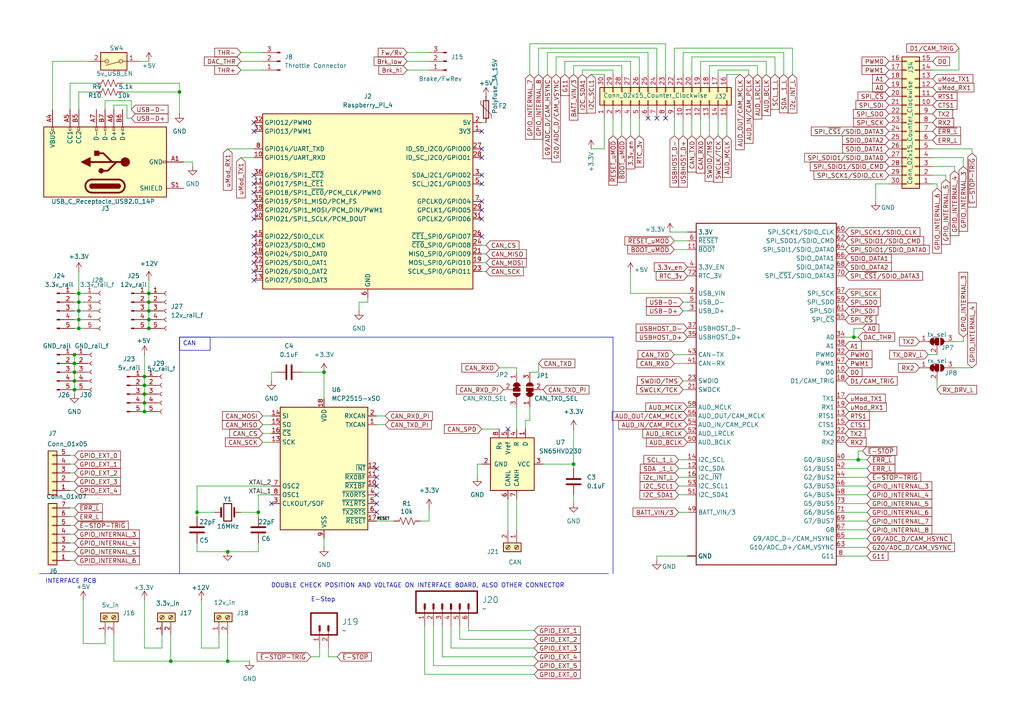
<source format=kicad_sch>
(kicad_sch (version 20231120) (generator "eeschema") (generator_version "8.0")
  (paper "A4")
  (title_block (title "AAV edge connectors") (date "2025-02-02") (rev "1") (company "Charlie Wadds"))
  (junction (at 41.91 109.22))
  (junction (at 21.59 110.49))
  (junction (at 41.91 119.38))
  (junction (at 21.59 105.41))
  (junction (at 248.92 133.35))
  (junction (at 22.86 90.17))
  (junction (at 22.86 95.25))
  (junction (at 43.18 95.25))
  (junction (at 43.18 87.63))
  (junction (at 66.04 160.02))
  (junction (at 21.59 107.95))
  (junction (at 93.98 107.95))
  (junction (at 43.18 92.71))
  (junction (at 22.86 85.09))
  (junction (at 57.15 148.59))
  (junction (at 41.91 111.76))
  (junction (at 43.18 90.17))
  (junction (at 41.91 116.84))
  (junction (at 22.86 92.71))
  (junction (at 49.53 191.77))
  (junction (at 43.18 85.09))
  (junction (at 74.93 148.59))
  (junction (at 66.04 191.77))
  (junction (at 22.86 87.63))
  (junction (at 52.07 26.67))
  (junction (at 21.59 102.87))
  (junction (at 41.91 114.3))
  (junction (at 247.65 97.79))
  (junction (at 21.59 113.03))
  (junction (at 166.37 134.62))
  (no_connect (at 73.66 53.34))
  (no_connect (at 139.7 60.96))
  (no_connect (at 73.66 55.88))
  (no_connect (at 73.66 81.28))
  (no_connect (at 73.66 68.58))
  (no_connect (at 109.22 146.05))
  (no_connect (at 73.66 38.1))
  (no_connect (at 190.5 34.29))
  (no_connect (at 109.22 143.51))
  (no_connect (at 73.66 76.2))
  (no_connect (at 139.7 45.72))
  (no_connect (at 139.7 68.58))
  (no_connect (at 73.66 35.56))
  (no_connect (at 109.22 135.89))
  (no_connect (at 139.7 58.42))
  (no_connect (at 139.7 53.34))
  (no_connect (at 109.22 148.59))
  (no_connect (at 139.7 63.5))
  (no_connect (at 139.7 38.1))
  (no_connect (at 73.66 58.42))
  (no_connect (at 73.66 78.74))
  (no_connect (at 73.66 71.12))
  (no_connect (at 193.04 34.29))
  (no_connect (at 73.66 50.8))
  (no_connect (at 187.96 34.29))
  (no_connect (at 78.74 146.05))
  (no_connect (at 109.22 140.97))
  (no_connect (at 73.66 73.66))
  (no_connect (at 147.32 124.46))
  (no_connect (at 73.66 63.5))
  (no_connect (at 139.7 43.18))
  (no_connect (at 73.66 60.96))
  (no_connect (at 109.22 138.43))
  (no_connect (at 139.7 50.8))
  (wire (pts (xy 177.8 20.32) (xy 177.8 21.59)))
  (wire (pts (xy 21.59 107.95) (xy 21.59 105.41)))
  (wire (pts (xy 43.18 90.17) (xy 43.18 87.63)))
  (wire (pts (xy 33.02 30.48) (xy 36.83 30.48)))
  (wire (pts (xy 279.4 48.26) (xy 279.4 45.72)))
  (wire (pts (xy 66.04 160.02) (xy 74.93 160.02)))
  (wire (pts (xy 41.91 109.22) (xy 41.91 111.76)))
  (wire (pts (xy 139.7 35.56) (xy 140.97 35.56)))
  (wire (pts (xy 25.4 17.78) (xy 15.24 17.78)))
  (wire (pts (xy 49.53 184.15) (xy 49.53 191.77)))
  (wire (pts (xy 251.46 153.67) (xy 245.11 153.67)))
  (wire (pts (xy 182.88 17.78) (xy 182.88 21.59)))
  (wire (pts (xy 138.43 134.62) (xy 139.7 134.62)))
  (wire (pts (xy 21.59 149.86) (xy 20.32 149.86)))
  (wire (pts (xy 66.04 191.77) (xy 49.53 191.77)))
  (wire (pts (xy 27.94 26.67) (xy 22.86 26.67)))
  (wire (pts (xy 229.87 21.59) (xy 229.87 13.97)))
  (wire (pts (xy 153.67 21.59) (xy 153.67 12.7)))
  (wire (pts (xy 156.21 13.97) (xy 190.5 13.97)))
  (wire (pts (xy 30.48 186.69) (xy 30.48 184.15)))
  (wire (pts (xy 106.68 86.36) (xy 106.68 87.63)))
  (wire (pts (xy 182.88 34.29) (xy 182.88 39.37)))
  (wire (pts (xy 118.11 20.32) (xy 124.46 20.32)))
  (wire (pts (xy 76.2 125.73) (xy 78.74 125.73)))
  (wire (pts (xy 276.86 48.26) (xy 270.51 48.26)))
  (wire (pts (xy 154.94 195.58) (xy 123.19 195.58)))
  (wire (pts (xy 269.24 102.87) (xy 271.78 102.87)))
  (wire (pts (xy 58.42 187.96) (xy 63.5 187.96)))
  (wire (pts (xy 15.24 17.78) (xy 15.24 31.75)))
  (wire (pts (xy 22.86 92.71) (xy 22.86 95.25)))
  (wire (pts (xy 248.92 130.81) (xy 248.92 133.35)))
  (wire (pts (xy 43.18 17.78) (xy 40.64 17.78)))
  (wire (pts (xy 187.96 15.24) (xy 187.96 21.59)))
  (wire (pts (xy 69.85 45.72) (xy 73.66 45.72)))
  (wire (pts (xy 251.46 148.59) (xy 245.11 148.59)))
  (wire (pts (xy 251.46 146.05) (xy 245.11 146.05)))
  (wire (pts (xy 133.35 185.42) (xy 133.35 181.61)))
  (wire (pts (xy 74.93 160.02) (xy 74.93 157.48)))
  (wire (pts (xy 49.53 191.77) (xy 33.02 191.77)))
  (wire (pts (xy 163.83 21.59) (xy 163.83 17.78)))
  (wire (pts (xy 175.26 43.18) (xy 175.26 34.29)))
  (wire (pts (xy 20.32 137.16) (xy 21.59 137.16)))
  (wire (pts (xy 20.32 134.62) (xy 21.59 134.62)))
  (wire (pts (xy 245.11 158.75) (xy 251.46 158.75)))
  (wire (pts (xy 199.39 90.17) (xy 198.12 90.17)))
  (wire (pts (xy 93.98 107.95) (xy 93.98 115.57)))
  (wire (pts (xy 190.5 13.97) (xy 190.5 21.59)))
  (wire (pts (xy 20.32 132.08) (xy 21.59 132.08)))
  (wire (pts (xy 199.39 113.03) (xy 198.12 113.03)))
  (wire (pts (xy 166.37 124.46) (xy 166.37 134.62)))
  (wire (pts (xy 166.37 19.05) (xy 180.34 19.05)))
  (wire (pts (xy 43.18 95.25) (xy 43.18 92.71)))
  (wire (pts (xy 195.58 13.97) (xy 229.87 13.97)))
  (wire (pts (xy 153.67 12.7) (xy 193.04 12.7)))
  (wire (pts (xy 279.4 97.79) (xy 279.4 99.06)))
  (wire (pts (xy 156.21 107.95) (xy 153.67 107.95)))
  (wire (pts (xy 24.13 87.63) (xy 22.86 87.63)))
  (wire (pts (xy 57.15 148.59) (xy 62.23 148.59)))
  (wire (pts (xy 128.27 190.5) (xy 128.27 181.61)))
  (wire (pts (xy 41.91 102.87) (xy 41.91 109.22)))
  (wire (pts (xy 247.65 97.79) (xy 248.92 97.79)))
  (wire (pts (xy 163.83 17.78) (xy 182.88 17.78)))
  (wire (pts (xy 251.46 135.89) (xy 245.11 135.89)))
  (wire (pts (xy 245.11 156.21) (xy 251.46 156.21)))
  (wire (pts (xy 193.04 12.7) (xy 193.04 21.59)))
  (wire (pts (xy 154.94 190.5) (xy 128.27 190.5)))
  (wire (pts (xy 203.2 21.59) (xy 203.2 17.78)))
  (wire (pts (xy 43.18 87.63) (xy 43.18 85.09)))
  (wire (pts (xy 254 58.42) (xy 254 53.34)))
  (wire (pts (xy 22.86 78.74) (xy 22.86 85.09)))
  (wire (pts (xy 279.4 99.06) (xy 276.86 99.06)))
  (wire (pts (xy 198.12 34.29) (xy 198.12 39.37)))
  (wire (pts (xy 90.17 190.5) (xy 92.71 190.5)))
  (wire (pts (xy 41.91 111.76) (xy 41.91 114.3)))
  (wire (pts (xy 73.66 43.18) (xy 66.04 43.18)))
  (wire (pts (xy 24.13 95.25) (xy 22.86 95.25)))
  (wire (pts (xy 66.04 184.15) (xy 66.04 191.77)))
  (wire (pts (xy 22.86 90.17) (xy 22.86 92.71)))
  (wire (pts (xy 196.85 140.97) (xy 199.39 140.97)))
  (wire (pts (xy 76.2 123.19) (xy 78.74 123.19)))
  (wire (pts (xy 92.71 190.5) (xy 92.71 187.96)))
  (wire (pts (xy 281.94 43.18) (xy 270.51 43.18)))
  (wire (pts (xy 149.86 118.11) (xy 149.86 124.46)))
  (wire (pts (xy 46.99 187.96) (xy 46.99 184.15)))
  (wire (pts (xy 153.67 118.11) (xy 153.67 121.92)))
  (wire (pts (xy 22.86 95.25) (xy 21.59 95.25)))
  (wire (pts (xy 130.81 187.96) (xy 130.81 181.61)))
  (wire (pts (xy 180.34 39.37) (xy 180.34 34.29)))
  (wire (pts (xy 69.85 20.32) (xy 76.2 20.32)))
  (wire (pts (xy 33.02 30.48) (xy 33.02 31.75)))
  (wire (pts (xy 22.86 85.09) (xy 22.86 87.63)))
  (wire (pts (xy 200.66 34.29) (xy 200.66 39.37)))
  (wire (pts (xy 171.45 21.59) (xy 175.26 21.59)))
  (wire (pts (xy 38.1 31.75) (xy 38.1 29.21)))
  (wire (pts (xy 140.97 78.74) (xy 139.7 78.74)))
  (wire (pts (xy 166.37 146.05) (xy 166.37 143.51)))
  (wire (pts (xy 154.94 193.04) (xy 125.73 193.04)))
  (wire (pts (xy 139.7 124.46) (xy 144.78 124.46)))
  (polyline (pts (xy 177.8 97.79) (xy 177.8 166.37)))
  (wire (pts (xy 279.4 45.72) (xy 270.51 45.72)))
  (wire (pts (xy 124.46 147.32) (xy 124.46 151.13)))
  (wire (pts (xy 166.37 134.62) (xy 166.37 135.89)))
  (wire (pts (xy 69.85 17.78) (xy 76.2 17.78)))
  (wire (pts (xy 271.78 53.34) (xy 271.78 54.61)))
  (wire (pts (xy 57.15 160.02) (xy 66.04 160.02)))
  (wire (pts (xy 195.58 105.41) (xy 199.39 105.41)))
  (wire (pts (xy 196.85 135.89) (xy 199.39 135.89)))
  (wire (pts (xy 138.43 134.62) (xy 138.43 138.43)))
  (wire (pts (xy 168.91 20.32) (xy 177.8 20.32)))
  (wire (pts (xy 199.39 87.63) (xy 198.12 87.63)))
  (wire (pts (xy 177.8 39.37) (xy 177.8 34.29)))
  (wire (pts (xy 20.32 142.24) (xy 21.59 142.24)))
  (wire (pts (xy 196.85 133.35) (xy 199.39 133.35)))
  (wire (pts (xy 109.22 120.65) (xy 111.76 120.65)))
  (wire (pts (xy 203.2 17.78) (xy 222.25 17.78)))
  (wire (pts (xy 274.32 52.07) (xy 274.32 50.8)))
  (wire (pts (xy 224.79 21.59) (xy 224.79 16.51)))
  (wire (pts (xy 74.93 143.51) (xy 78.74 143.51)))
  (wire (pts (xy 78.74 110.49) (xy 78.74 107.95)))
  (wire (pts (xy 21.59 92.71) (xy 22.86 92.71)))
  (wire (pts (xy 38.1 29.21) (xy 30.48 29.21)))
  (wire (pts (xy 74.93 148.59) (xy 69.85 148.59)))
  (wire (pts (xy 35.56 24.13) (xy 52.07 24.13)))
  (wire (pts (xy 41.91 173.99) (xy 41.91 187.96)))
  (wire (pts (xy 195.58 39.37) (xy 195.58 34.29)))
  (wire (pts (xy 24.13 173.99) (xy 24.13 186.69)))
  (wire (pts (xy 36.83 30.48) (xy 36.83 34.29)))
  (wire (pts (xy 205.74 19.05) (xy 219.71 19.05)))
  (wire (pts (xy 106.68 87.63) (xy 104.14 87.63)))
  (wire (pts (xy 72.39 191.77) (xy 66.04 191.77)))
  (wire (pts (xy 154.94 182.88) (xy 135.89 182.88)))
  (wire (pts (xy 166.37 21.59) (xy 166.37 19.05)))
  (polyline (pts (xy 52.07 166.37) (xy 52.07 97.79)))
  (wire (pts (xy 281.94 44.45) (xy 281.94 43.18)))
  (wire (pts (xy 250.19 130.81) (xy 248.92 130.81)))
  (wire (pts (xy 208.28 20.32) (xy 217.17 20.32)))
  (wire (pts (xy 21.59 147.32) (xy 20.32 147.32)))
  (wire (pts (xy 274.32 50.8) (xy 270.51 50.8)))
  (wire (pts (xy 245.11 161.29) (xy 251.46 161.29)))
  (wire (pts (xy 20.32 162.56) (xy 21.59 162.56)))
  (wire (pts (xy 152.4 121.92) (xy 152.4 124.46)))
  (wire (pts (xy 21.59 114.3) (xy 21.59 113.03)))
  (wire (pts (xy 190.5 161.29) (xy 190.5 162.56)))
  (wire (pts (xy 214.63 21.59) (xy 210.82 21.59)))
  (wire (pts (xy 251.46 138.43) (xy 245.11 138.43)))
  (wire (pts (xy 93.98 156.21) (xy 93.98 158.75)))
  (wire (pts (xy 22.86 87.63) (xy 22.86 90.17)))
  (wire (pts (xy 53.34 46.99) (xy 55.88 46.99)))
  (wire (pts (xy 251.46 133.35) (xy 248.92 133.35)))
  (wire (pts (xy 124.46 151.13) (xy 121.92 151.13)))
  (wire (pts (xy 194.31 67.31) (xy 199.39 67.31)))
  (wire (pts (xy 140.97 73.66) (xy 139.7 73.66)))
  (wire (pts (xy 140.97 76.2) (xy 139.7 76.2)))
  (wire (pts (xy 153.67 121.92) (xy 152.4 121.92)))
  (wire (pts (xy 57.15 140.97) (xy 78.74 140.97)))
  (wire (pts (xy 250.19 95.25) (xy 247.65 95.25)))
  (wire (pts (xy 149.86 106.68) (xy 149.86 107.95)))
  (wire (pts (xy 161.29 16.51) (xy 185.42 16.51)))
  (wire (pts (xy 208.28 34.29) (xy 208.28 39.37)))
  (wire (pts (xy 52.07 26.67) (xy 52.07 33.02)))
  (wire (pts (xy 22.86 26.67) (xy 22.86 31.75)))
  (wire (pts (xy 95.25 190.5) (xy 97.79 190.5)))
  (wire (pts (xy 276.86 49.53) (xy 276.86 48.26)))
  (wire (pts (xy 24.13 85.09) (xy 22.86 85.09)))
  (wire (pts (xy 198.12 15.24) (xy 198.12 21.59)))
  (wire (pts (xy 144.78 106.68) (xy 149.86 106.68)))
  (wire (pts (xy 140.97 71.12) (xy 139.7 71.12)))
  (wire (pts (xy 203.2 34.29) (xy 203.2 39.37)))
  (wire (pts (xy 21.59 87.63) (xy 22.86 87.63)))
  (wire (pts (xy 35.56 26.67) (xy 52.07 26.67)))
  (wire (pts (xy 52.07 26.67) (xy 52.07 24.13)))
  (wire (pts (xy 41.91 114.3) (xy 41.91 116.84)))
  (wire (pts (xy 248.92 133.35) (xy 245.11 133.35)))
  (wire (pts (xy 205.74 34.29) (xy 205.74 39.37)))
  (wire (pts (xy 171.45 43.18) (xy 175.26 43.18)))
  (wire (pts (xy 74.93 149.86) (xy 74.93 148.59)))
  (polyline (pts (xy 11.43 166.37) (xy 176.53 166.37)))
  (wire (pts (xy 182.88 85.09) (xy 199.39 85.09)))
  (wire (pts (xy 245.11 97.79) (xy 247.65 97.79)))
  (wire (pts (xy 135.89 182.88) (xy 135.89 181.61)))
  (wire (pts (xy 251.46 151.13) (xy 245.11 151.13)))
  (wire (pts (xy 182.88 78.74) (xy 182.88 85.09)))
  (wire (pts (xy 276.86 106.68) (xy 281.94 106.68)))
  (wire (pts (xy 217.17 20.32) (xy 217.17 21.59)))
  (wire (pts (xy 24.13 90.17) (xy 22.86 90.17)))
  (wire (pts (xy 36.83 34.29) (xy 38.1 34.29)))
  (wire (pts (xy 24.13 92.71) (xy 22.86 92.71)))
  (wire (pts (xy 196.85 138.43) (xy 199.39 138.43)))
  (wire (pts (xy 57.15 149.86) (xy 57.15 148.59)))
  (wire (pts (xy 57.15 157.48) (xy 57.15 160.02)))
  (wire (pts (xy 200.66 16.51) (xy 224.79 16.51)))
  (wire (pts (xy 168.91 21.59) (xy 168.91 20.32)))
  (wire (pts (xy 21.59 105.41) (xy 21.59 102.87)))
  (wire (pts (xy 21.59 152.4) (xy 20.32 152.4)))
  (wire (pts (xy 147.32 153.67) (xy 147.32 144.78)))
  (wire (pts (xy 154.94 185.42) (xy 133.35 185.42)))
  (wire (pts (xy 109.22 123.19) (xy 111.76 123.19)))
  (polyline (pts (xy 52.07 97.79) (xy 177.8 97.79)))
  (wire (pts (xy 21.59 85.09) (xy 22.86 85.09)))
  (wire (pts (xy 55.88 46.99) (xy 55.88 48.26)))
  (wire (pts (xy 195.58 102.87) (xy 199.39 102.87)))
  (wire (pts (xy 199.39 110.49) (xy 198.12 110.49)))
  (wire (pts (xy 219.71 21.59) (xy 219.71 19.05)))
  (wire (pts (xy 161.29 21.59) (xy 161.29 16.51)))
  (wire (pts (xy 278.13 13.97) (xy 278.13 20.32)))
  (wire (pts (xy 33.02 191.77) (xy 33.02 184.15)))
  (wire (pts (xy 74.93 148.59) (xy 74.93 143.51)))
  (wire (pts (xy 196.85 143.51) (xy 199.39 143.51)))
  (wire (pts (xy 196.85 148.59) (xy 199.39 148.59)))
  (wire (pts (xy 154.94 187.96) (xy 130.81 187.96)))
  (wire (pts (xy 104.14 87.63) (xy 104.14 90.17)))
  (wire (pts (xy 41.91 116.84) (xy 41.91 119.38)))
  (wire (pts (xy 251.46 143.51) (xy 245.11 143.51)))
  (wire (pts (xy 210.82 39.37) (xy 210.82 34.29)))
  (wire (pts (xy 87.63 107.95) (xy 93.98 107.95)))
  (wire (pts (xy 254 53.34) (xy 257.81 53.34)))
  (wire (pts (xy 41.91 187.96) (xy 46.99 187.96)))
  (wire (pts (xy 30.48 29.21) (xy 30.48 31.75)))
  (wire (pts (xy 208.28 21.59) (xy 208.28 20.32)))
  (wire (pts (xy 21.59 160.02) (xy 20.32 160.02)))
  (wire (pts (xy 43.18 85.09) (xy 43.18 81.28)))
  (wire (pts (xy 247.65 95.25) (xy 247.65 97.79)))
  (wire (pts (xy 251.46 140.97) (xy 245.11 140.97)))
  (wire (pts (xy 185.42 16.51) (xy 185.42 21.59)))
  (wire (pts (xy 63.5 187.96) (xy 63.5 184.15)))
  (wire (pts (xy 95.25 187.96) (xy 95.25 190.5)))
  (wire (pts (xy 21.59 110.49) (xy 21.59 107.95)))
  (wire (pts (xy 180.34 19.05) (xy 180.34 21.59)))
  (wire (pts (xy 156.21 21.59) (xy 156.21 13.97)))
  (wire (pts (xy 118.11 15.24) (xy 124.46 15.24)))
  (wire (pts (xy 227.33 21.59) (xy 227.33 15.24)))
  (wire (pts (xy 76.2 128.27) (xy 78.74 128.27)))
  (wire (pts (xy 271.78 110.49) (xy 271.78 113.03)))
  (wire (pts (xy 21.59 113.03) (xy 21.59 110.49)))
  (wire (pts (xy 270.51 20.32) (xy 278.13 20.32)))
  (wire (pts (xy 195.58 72.39) (xy 199.39 72.39)))
  (wire (pts (xy 123.19 195.58) (xy 123.19 181.61)))
  (wire (pts (xy 24.13 186.69) (xy 30.48 186.69)))
  (wire (pts (xy 157.48 134.62) (xy 166.37 134.62)))
  (wire (pts (xy 271.78 53.34) (xy 270.51 53.34)))
  (wire (pts (xy 109.22 151.13) (xy 114.3 151.13)))
  (wire (pts (xy 78.74 107.95) (xy 80.01 107.95)))
  (wire (pts (xy 76.2 120.65) (xy 78.74 120.65)))
  (wire (pts (xy 21.59 157.48) (xy 20.32 157.48)))
  (wire (pts (xy 21.59 90.17) (xy 22.86 90.17)))
  (wire (pts (xy 195.58 13.97) (xy 195.58 21.59)))
  (wire (pts (xy 20.32 24.13) (xy 20.32 31.75)))
  (wire (pts (xy 222.25 21.59) (xy 222.25 17.78)))
  (wire (pts (xy 69.85 15.24) (xy 76.2 15.24)))
  (wire (pts (xy 158.75 21.59) (xy 158.75 15.24)))
  (wire (pts (xy 199.39 69.85) (xy 195.58 69.85)))
  (wire (pts (xy 185.42 39.37) (xy 185.42 34.29)))
  (wire (pts (xy 57.15 148.59) (xy 57.15 140.97)))
  (wire (pts (xy 198.12 15.24) (xy 227.33 15.24)))
  (wire (pts (xy 20.32 24.13) (xy 27.94 24.13)))
  (wire (pts (xy 149.86 153.67) (xy 149.86 144.78)))
  (wire (pts (xy 200.66 16.51) (xy 200.66 21.59)))
  (wire (pts (xy 205.74 21.59) (xy 205.74 19.05)))
  (wire (pts (xy 21.59 154.94) (xy 20.32 154.94)))
  (wire (pts (xy 190.5 161.29) (xy 199.39 161.29)))
  (wire (pts (xy 43.18 92.71) (xy 43.18 90.17)))
  (wire (pts (xy 58.42 173.99) (xy 58.42 187.96)))
  (wire (pts (xy 156.21 105.41) (xy 156.21 107.95)))
  (wire (pts (xy 20.32 139.7) (xy 21.59 139.7)))
  (wire (pts (xy 158.75 15.24) (xy 187.96 15.24)))
  (wire (pts (xy 118.11 17.78) (xy 124.46 17.78)))
  (wire (pts (xy 125.73 193.04) (xy 125.73 181.61)))
  (text_box "CAN" (at 52.07 97.79 0) (size 8.89 3.81) (effects (font (size 1.27 1.27)) (justify left top)))
  (text "E-Stop" (at 93.726 173.99 0) (effects (font (size 1.27 1.27))))
  (text "DOUBLE CHECK POSITION AND VOLTAGE ON INTERFACE BOARD, ALSO OTHER CONNECTOR" (at 121.158 169.926 0) (effects (font (size 1.27 1.27))))
  (text "INTERFACE PCB" (at 20.574 168.656 0) (effects (font (size 1.27 1.27))))
  (label "XTAL_2" (at 78.74 140.97 180))
  (label "XTAL_1" (at 78.74 143.51 180))
  (label "RESET" (at 109.22 151.13 0) (effects (font (size 0.8 0.8) (thickness 0.254) (bold yes))))
  (global_label "GPIO_INTERNAL_6" (shape input) (at 251.46 148.59 0) (property "Intersheetrefs" "${INTERSHEET_REFS}" (effects (hide yes))))
  (global_label "SWCLK{slash}TCK" (shape input) (at 208.28 39.37 270) (property "Intersheetrefs" "${INTERSHEET_REFS}" (effects (hide yes))))
  (global_label "SPI_SDIO1{slash}SDIO_CMD" (shape input) (at 245.11 69.85 0) (property "Intersheetrefs" "${INTERSHEET_REFS}" (effects (hide yes))))
  (global_label "AUD_OUT{slash}CAM_MCLK" (shape input) (at 199.39 120.65 180) (property "Intersheetrefs" "${INTERSHEET_REFS}" (effects (hide yes))))
  (global_label "A0" (shape input) (at 257.81 25.4 180) (property "Intersheetrefs" "${INTERSHEET_REFS}" (effects (hide yes))))
  (global_label "CAN_TXD" (shape input) (at 195.58 102.87 180) (property "Intersheetrefs" "${INTERSHEET_REFS}" (effects (hide yes))))
  (global_label "3.3v_en" (shape input) (at 182.88 39.37 270) (property "Intersheetrefs" "${INTERSHEET_REFS}" (effects (hide yes))))
  (global_label "G11" (shape input) (at 251.46 161.29 0) (property "Intersheetrefs" "${INTERSHEET_REFS}" (effects (hide yes))))
  (global_label "BATT_VIN{slash}3" (shape input) (at 196.85 148.59 180) (property "Intersheetrefs" "${INTERSHEET_REFS}" (effects (hide yes))))
  (global_label "SDIO_DATA2" (shape input) (at 245.11 77.47 0) (property "Intersheetrefs" "${INTERSHEET_REFS}" (effects (hide yes))))
  (global_label "GPIO_INTERNAL_3" (shape input) (at 279.4 48.26 270) (property "Intersheetrefs" "${INTERSHEET_REFS}" (effects (hide yes))))
  (global_label "CAN_SCK" (shape input) (at 76.2 128.27 180) (property "Intersheetrefs" "${INTERSHEET_REFS}" (effects (hide yes))))
  (global_label "CAN_CS" (shape input) (at 76.2 125.73 180) (property "Intersheetrefs" "${INTERSHEET_REFS}" (effects (hide yes))))
  (global_label "CAN_MISO" (shape input) (at 76.2 123.19 180) (property "Intersheetrefs" "${INTERSHEET_REFS}" (effects (hide yes))))
  (global_label "TX2" (shape input) (at 245.11 125.73 0) (property "Intersheetrefs" "${INTERSHEET_REFS}" (effects (hide yes))))
  (global_label "GPIO_EXT_1" (shape input) (at 21.59 134.62 0) (property "Intersheetrefs" "${INTERSHEET_REFS}" (effects (hide yes))))
  (global_label "GPIO_EXT_3" (shape input) (at 154.94 187.96 0) (property "Intersheetrefs" "${INTERSHEET_REFS}" (effects (hide yes))))
  (global_label "SPI_SDIO1{slash}SDIO_CMD" (shape input) (at 257.81 48.26 180) (property "Intersheetrefs" "${INTERSHEET_REFS}" (effects (hide yes))))
  (global_label "GPIO_INTERNAL_5" (shape input) (at 274.32 52.07 270) (property "Intersheetrefs" "${INTERSHEET_REFS}" (effects (hide yes))))
  (global_label "SPI_~{CS}" (shape input) (at 257.81 27.94 180) (property "Intersheetrefs" "${INTERSHEET_REFS}" (effects (hide yes))))
  (global_label "CAN_TXD_PI" (shape input) (at 157.48 113.03 0) (property "Intersheetrefs" "${INTERSHEET_REFS}" (effects (hide yes))))
  (global_label "SDIO_DATA1" (shape input) (at 245.11 74.93 0) (property "Intersheetrefs" "${INTERSHEET_REFS}" (effects (hide yes))))
  (global_label "I2C_SCL1" (shape input) (at 171.45 21.59 270) (property "Intersheetrefs" "${INTERSHEET_REFS}" (effects (hide yes))))
  (global_label "~{RESET_uMOD}" (shape input) (at 195.58 69.85 180) (property "Intersheetrefs" "${INTERSHEET_REFS}" (effects (hide yes))))
  (global_label "CTS1" (shape input) (at 245.11 123.19 0) (property "Intersheetrefs" "${INTERSHEET_REFS}" (effects (hide yes))))
  (global_label "GPIO_EXT_3" (shape input) (at 21.59 139.7 0) (property "Intersheetrefs" "${INTERSHEET_REFS}" (effects (hide yes))))
  (global_label "TX_DRV_L" (shape input) (at 269.24 102.87 180) (property "Intersheetrefs" "${INTERSHEET_REFS}" (effects (hide yes))))
  (global_label "USB-D+" (shape input) (at 38.1 34.29 0) (property "Intersheetrefs" "${INTERSHEET_REFS}" (effects (hide yes))))
  (global_label "AUD_IN{slash}CAM_PCLK" (shape input) (at 217.17 21.59 270) (property "Intersheetrefs" "${INTERSHEET_REFS}" (effects (hide yes))))
  (global_label "USB-D-" (shape input) (at 198.12 87.63 180) (property "Intersheetrefs" "${INTERSHEET_REFS}" (effects (hide yes))))
  (global_label "RTS1" (shape input) (at 245.11 120.65 0) (property "Intersheetrefs" "${INTERSHEET_REFS}" (effects (hide yes))))
  (global_label "AUD_BCLK" (shape input) (at 199.39 128.27 180) (property "Intersheetrefs" "${INTERSHEET_REFS}" (effects (hide yes))))
  (global_label "SPI_SDO" (shape input) (at 245.11 87.63 0) (property "Intersheetrefs" "${INTERSHEET_REFS}" (effects (hide yes))))
  (global_label "CAN_CS" (shape input) (at 140.97 71.12 0) (property "Intersheetrefs" "${INTERSHEET_REFS}" (effects (hide yes))))
  (global_label "BATT_VIN{slash}3" (shape input) (at 166.37 21.59 270) (property "Intersheetrefs" "${INTERSHEET_REFS}" (effects (hide yes))))
  (global_label "I2C_SCL1" (shape input) (at 196.85 140.97 180) (property "Intersheetrefs" "${INTERSHEET_REFS}" (effects (hide yes))))
  (global_label "THR+" (shape input) (at 69.85 20.32 180) (property "Intersheetrefs" "${INTERSHEET_REFS}" (effects (hide yes))))
  (global_label "SPI_~{CS1}{slash}SDIO_DATA3" (shape input) (at 257.81 38.1 180) (property "Intersheetrefs" "${INTERSHEET_REFS}" (effects (hide yes))))
  (global_label "GPIO_EXT_0" (shape input) (at 21.59 132.08 0) (property "Intersheetrefs" "${INTERSHEET_REFS}" (effects (hide yes))))
  (global_label "SPI_SDIO1{slash}SDIO_DATA0" (shape input) (at 257.81 45.72 180) (property "Intersheetrefs" "${INTERSHEET_REFS}" (effects (hide yes))))
  (global_label "3.3v_en" (shape input) (at 199.39 77.47 180) (property "Intersheetrefs" "${INTERSHEET_REFS}" (effects (hide yes))))
  (global_label "SWDIO{slash}TMS" (shape input) (at 205.74 39.37 270) (property "Intersheetrefs" "${INTERSHEET_REFS}" (effects (hide yes))))
  (global_label "GPIO_INTERNAL_3" (shape input) (at 251.46 140.97 0) (property "Intersheetrefs" "${INTERSHEET_REFS}" (effects (hide yes))))
  (global_label "ERR_L" (shape input) (at 21.59 149.86 0) (property "Intersheetrefs" "${INTERSHEET_REFS}" (effects (hide yes))))
  (global_label "USBHOST_D-" (shape input) (at 199.39 95.25 180) (property "Intersheetrefs" "${INTERSHEET_REFS}" (effects (hide yes))))
  (global_label "PWM1" (shape input) (at 257.81 20.32 180) (property "Intersheetrefs" "${INTERSHEET_REFS}" (effects (hide yes))))
  (global_label "THR-" (shape input) (at 69.85 15.24 180) (property "Intersheetrefs" "${INTERSHEET_REFS}" (effects (hide yes))))
  (global_label "SCL_1_L" (shape input) (at 224.79 21.59 270) (property "Intersheetrefs" "${INTERSHEET_REFS}" (effects (hide yes))))
  (global_label "CAN_TXD" (shape input) (at 156.21 105.41 0) (property "Intersheetrefs" "${INTERSHEET_REFS}" (effects (hide yes))))
  (global_label "CAN_MOSI" (shape input) (at 140.97 76.2 0) (property "Intersheetrefs" "${INTERSHEET_REFS}" (effects (hide yes))))
  (global_label "RX2" (shape input) (at 270.51 35.56 0) (property "Intersheetrefs" "${INTERSHEET_REFS}" (effects (hide yes))))
  (global_label "CAN_RXD" (shape input) (at 195.58 105.41 180) (property "Intersheetrefs" "${INTERSHEET_REFS}" (effects (hide yes))))
  (global_label "D1{slash}CAM_TRIG" (shape input) (at 278.13 13.97 180) (property "Intersheetrefs" "${INTERSHEET_REFS}" (effects (hide yes))))
  (global_label "AUD_IN{slash}CAM_PCLK" (shape input) (at 199.39 123.19 180) (property "Intersheetrefs" "${INTERSHEET_REFS}" (effects (hide yes))))
  (global_label "SDIO_DATA1" (shape input) (at 257.81 43.18 180) (property "Intersheetrefs" "${INTERSHEET_REFS}" (effects (hide yes))))
  (global_label "CAN_RXD" (shape input) (at 203.2 39.37 270) (property "Intersheetrefs" "${INTERSHEET_REFS}" (effects (hide yes))))
  (global_label "GPIO_EXT_2" (shape input) (at 21.59 137.16 0) (property "Intersheetrefs" "${INTERSHEET_REFS}" (effects (hide yes))))
  (global_label "~{RESET_uMOD}" (shape input) (at 177.8 39.37 270) (property "Intersheetrefs" "${INTERSHEET_REFS}" (effects (hide yes))))
  (global_label "~{E-STOP-TRIG}" (shape input) (at 251.46 138.43 0) (property "Intersheetrefs" "${INTERSHEET_REFS}" (effects (hide yes))))
  (global_label "GPIO_INTERNAL_8" (shape input) (at 156.21 21.59 270) (property "Intersheetrefs" "${INTERSHEET_REFS}" (effects (hide yes))))
  (global_label "Brk_low" (shape input) (at 118.11 17.78 180) (property "Intersheetrefs" "${INTERSHEET_REFS}" (effects (hide yes))))
  (global_label "I2C_SDA1" (shape input) (at 196.85 143.51 180) (property "Intersheetrefs" "${INTERSHEET_REFS}" (effects (hide yes))))
  (global_label "GPIO_INTERNAL_4" (shape input) (at 251.46 143.51 0) (property "Intersheetrefs" "${INTERSHEET_REFS}" (effects (hide yes))))
  (global_label "SPI_SDIO1{slash}SDIO_DATA0" (shape input) (at 245.11 72.39 0) (property "Intersheetrefs" "${INTERSHEET_REFS}" (effects (hide yes))))
  (global_label "~{ERR_L}" (shape input) (at 270.51 38.1 0) (property "Intersheetrefs" "${INTERSHEET_REFS}" (effects (hide yes))))
  (global_label "CAN_TXD_PI" (shape input) (at 111.76 123.19 0) (property "Intersheetrefs" "${INTERSHEET_REFS}" (effects (hide yes))))
  (global_label "uMod_RX1" (shape input) (at 270.51 25.4 0) (property "Intersheetrefs" "${INTERSHEET_REFS}" (effects (hide yes))))
  (global_label "SPI_SDI" (shape input) (at 257.81 30.48 180) (property "Intersheetrefs" "${INTERSHEET_REFS}" (effects (hide yes))))
  (global_label "SPI_SDO" (shape input) (at 257.81 33.02 180) (property "Intersheetrefs" "${INTERSHEET_REFS}" (effects (hide yes))))
  (global_label "GPIO_INTERNAL_4" (shape input) (at 21.59 157.48 0) (property "Intersheetrefs" "${INTERSHEET_REFS}" (effects (hide yes))))
  (global_label "uMod_TX1" (shape input) (at 69.85 45.72 270) (property "Intersheetrefs" "${INTERSHEET_REFS}" (effects (hide yes))))
  (global_label "~{E-STOP-TRIG}" (shape input) (at 90.17 190.5 180) (property "Intersheetrefs" "${INTERSHEET_REFS}" (effects (hide yes))))
  (global_label "uMod_TX1" (shape input) (at 245.11 115.57 0) (property "Intersheetrefs" "${INTERSHEET_REFS}" (effects (hide yes))))
  (global_label "CAN_RXD" (shape input) (at 144.78 106.68 180) (property "Intersheetrefs" "${INTERSHEET_REFS}" (effects (hide yes))))
  (global_label "TX2" (shape input) (at 266.7 99.06 180) (property "Intersheetrefs" "${INTERSHEET_REFS}" (effects (hide yes))))
  (global_label "SWDIO{slash}TMS" (shape input) (at 198.12 110.49 180) (property "Intersheetrefs" "${INTERSHEET_REFS}" (effects (hide yes))))
  (global_label "USB-D+" (shape input) (at 198.12 90.17 180) (property "Intersheetrefs" "${INTERSHEET_REFS}" (effects (hide yes))))
  (global_label "RX2" (shape input) (at 266.7 106.68 180) (property "Intersheetrefs" "${INTERSHEET_REFS}" (effects (hide yes))))
  (global_label "SPI_SCK" (shape input) (at 257.81 35.56 180) (property "Intersheetrefs" "${INTERSHEET_REFS}" (effects (hide yes))))
  (global_label "CAN_RXD_PI" (shape input) (at 111.76 120.65 0) (property "Intersheetrefs" "${INTERSHEET_REFS}" (effects (hide yes))))
  (global_label "DAC_THR" (shape input) (at 248.92 97.79 0) (property "Intersheetrefs" "${INTERSHEET_REFS}" (effects (hide yes))))
  (global_label "RTC_3v" (shape input) (at 199.39 80.01 180) (property "Intersheetrefs" "${INTERSHEET_REFS}" (effects (hide yes))))
  (global_label "CAN_SCK" (shape input) (at 140.97 78.74 0) (property "Intersheetrefs" "${INTERSHEET_REFS}" (effects (hide yes))))
  (global_label "SPI_~{CS1}{slash}SDIO_DATA3" (shape input) (at 245.11 80.01 0) (property "Intersheetrefs" "${INTERSHEET_REFS}" (effects (hide yes))))
  (global_label "AUD_LRCLK" (shape input) (at 199.39 125.73 180) (property "Intersheetrefs" "${INTERSHEET_REFS}" (effects (hide yes))))
  (global_label "Fw{slash}Rv" (shape input) (at 118.11 15.24 180) (property "Intersheetrefs" "${INTERSHEET_REFS}" (effects (hide yes))))
  (global_label "A1" (shape input) (at 245.11 100.33 0) (property "Intersheetrefs" "${INTERSHEET_REFS}" (effects (hide yes))))
  (global_label "AUD_BCLK" (shape input) (at 222.25 21.59 270) (property "Intersheetrefs" "${INTERSHEET_REFS}" (effects (hide yes))))
  (global_label "SPI_SCK1{slash}SDIO_CLK" (shape input) (at 257.81 50.8 180) (property "Intersheetrefs" "${INTERSHEET_REFS}" (effects (hide yes))))
  (global_label "D0" (shape input) (at 245.11 107.95 0) (property "Intersheetrefs" "${INTERSHEET_REFS}" (effects (hide yes))))
  (global_label "~{ERR_L}" (shape input) (at 21.59 147.32 0) (property "Intersheetrefs" "${INTERSHEET_REFS}" (effects (hide yes))))
  (global_label "GPIO_INTERNAL_4" (shape input) (at 281.94 106.68 90) (property "Intersheetrefs" "${INTERSHEET_REFS}" (effects (hide yes))))
  (global_label "~{E-STOP}" (shape input) (at 97.79 190.5 0) (property "Intersheetrefs" "${INTERSHEET_REFS}" (effects (hide yes))))
  (global_label "uMod_RX1" (shape input) (at 66.04 43.18 270) (property "Intersheetrefs" "${INTERSHEET_REFS}" (effects (hide yes))))
  (global_label "SDIO_DATA2" (shape input) (at 257.81 40.64 180) (property "Intersheetrefs" "${INTERSHEET_REFS}" (effects (hide yes))))
  (global_label "GPIO_EXT_2" (shape input) (at 154.94 185.42 0) (property "Intersheetrefs" "${INTERSHEET_REFS}" (effects (hide yes))))
  (global_label "GPIO_INTERNAL_5" (shape input) (at 21.59 160.02 0) (property "Intersheetrefs" "${INTERSHEET_REFS}" (effects (hide yes))))
  (global_label "PWM1" (shape input) (at 245.11 105.41 0) (property "Intersheetrefs" "${INTERSHEET_REFS}" (effects (hide yes))))
  (global_label "TX2" (shape input) (at 270.51 33.02 0) (property "Intersheetrefs" "${INTERSHEET_REFS}" (effects (hide yes))))
  (global_label "G9{slash}ADC_D{slash}CAM_HSYNC" (shape input) (at 251.46 156.21 0) (property "Intersheetrefs" "${INTERSHEET_REFS}" (effects (hide yes))))
  (global_label "GPIO_INTERNAL_5" (shape input) (at 251.46 146.05 0) (property "Intersheetrefs" "${INTERSHEET_REFS}" (effects (hide yes))))
  (global_label "DAC_THR" (shape input) (at 69.85 17.78 180) (property "Intersheetrefs" "${INTERSHEET_REFS}" (effects (hide yes))))
  (global_label "~{E-STOP}" (shape input) (at 250.19 130.81 0) (property "Intersheetrefs" "${INTERSHEET_REFS}" (effects (hide yes))))
  (global_label "RTC_3v" (shape input) (at 185.42 39.37 270) (property "Intersheetrefs" "${INTERSHEET_REFS}" (effects (hide yes))))
  (global_label "~{BOOT_uMOD}" (shape input) (at 195.58 72.39 180) (property "Intersheetrefs" "${INTERSHEET_REFS}" (effects (hide yes))))
  (global_label "RX_DRV_L" (shape input) (at 271.78 113.03 0) (property "Intersheetrefs" "${INTERSHEET_REFS}" (effects (hide yes))))
  (global_label "GPIO_EXT_4" (shape input) (at 21.59 142.24 0) (property "Intersheetrefs" "${INTERSHEET_REFS}" (effects (hide yes))))
  (global_label "SPI_~{CS}" (shape input) (at 245.11 92.71 0) (property "Intersheetrefs" "${INTERSHEET_REFS}" (effects (hide yes))))
  (global_label "GPIO_EXT_0" (shape input) (at 154.94 195.58 0) (property "Intersheetrefs" "${INTERSHEET_REFS}" (effects (hide yes))))
  (global_label "CAN_TXD" (shape input) (at 200.66 39.37 270) (property "Intersheetrefs" "${INTERSHEET_REFS}" (effects (hide yes))))
  (global_label "A1" (shape input) (at 257.81 22.86 180) (property "Intersheetrefs" "${INTERSHEET_REFS}" (effects (hide yes))))
  (global_label "GPIO_INTERNAL_7" (shape input) (at 251.46 151.13 0) (property "Intersheetrefs" "${INTERSHEET_REFS}" (effects (hide yes))))
  (global_label "A0" (shape input) (at 250.19 95.25 0) (property "Intersheetrefs" "${INTERSHEET_REFS}" (effects (hide yes))))
  (global_label "CAN_SPD" (shape input) (at 139.7 124.46 180) (property "Intersheetrefs" "${INTERSHEET_REFS}" (effects (hide yes))))
  (global_label "ERR_L" (shape input) (at 270.51 40.64 0) (property "Intersheetrefs" "${INTERSHEET_REFS}" (effects (hide yes))))
  (global_label "D0" (shape input) (at 270.51 17.78 0) (property "Intersheetrefs" "${INTERSHEET_REFS}" (effects (hide yes))))
  (global_label "GPIO_EXT_4" (shape input) (at 154.94 190.5 0) (property "Intersheetrefs" "${INTERSHEET_REFS}" (effects (hide yes))))
  (global_label "AUD_LRCLK" (shape input) (at 219.71 21.59 270) (property "Intersheetrefs" "${INTERSHEET_REFS}" (effects (hide yes))))
  (global_label "RTS1" (shape input) (at 270.51 27.94 0) (property "Intersheetrefs" "${INTERSHEET_REFS}" (effects (hide yes))))
  (global_label "AUD_OUT{slash}CAM_MCLK" (shape input) (at 214.63 21.59 270) (property "Intersheetrefs" "${INTERSHEET_REFS}" (effects (hide yes))))
  (global_label "USBHOST_D-" (shape input) (at 195.58 39.37 270) (property "Intersheetrefs" "${INTERSHEET_REFS}" (effects (hide yes))))
  (global_label "G20{slash}ADC_D{slash}CAM_VSYNC" (shape input) (at 251.46 158.75 0) (property "Intersheetrefs" "${INTERSHEET_REFS}" (effects (hide yes))))
  (global_label "RX2" (shape input) (at 245.11 128.27 0) (property "Intersheetrefs" "${INTERSHEET_REFS}" (effects (hide yes))))
  (global_label "GPIO_INTERNAL_6" (shape input) (at 271.78 54.61 270) (property "Intersheetrefs" "${INTERSHEET_REFS}" (effects (hide yes))))
  (global_label "GPIO_INTERNAL_8" (shape input) (at 251.46 153.67 0) (property "Intersheetrefs" "${INTERSHEET_REFS}" (effects (hide yes))))
  (global_label "PWM0" (shape input) (at 245.11 102.87 0) (property "Intersheetrefs" "${INTERSHEET_REFS}" (effects (hide yes))))
  (global_label "i2c_INT_L" (shape input) (at 196.85 138.43 180) (property "Intersheetrefs" "${INTERSHEET_REFS}" (effects (hide yes))))
  (global_label "CAN_MISO" (shape input) (at 140.97 73.66 0) (property "Intersheetrefs" "${INTERSHEET_REFS}" (effects (hide yes))))
  (global_label "G20{slash}ADC_D{slash}CAM_VSYNC" (shape input) (at 161.29 21.59 270) (property "Intersheetrefs" "${INTERSHEET_REFS}" (effects (hide yes))))
  (global_label "G11" (shape input) (at 163.83 21.59 270) (property "Intersheetrefs" "${INTERSHEET_REFS}" (effects (hide yes))))
  (global_label "PWM0" (shape input) (at 257.81 17.78 180) (property "Intersheetrefs" "${INTERSHEET_REFS}" (effects (hide yes))))
  (global_label "AUD_MCLK" (shape input) (at 210.82 39.37 270) (property "Intersheetrefs" "${INTERSHEET_REFS}" (effects (hide yes))))
  (global_label "~{E-STOP-TRIG}" (shape input) (at 21.59 152.4 0) (property "Intersheetrefs" "${INTERSHEET_REFS}" (effects (hide yes))))
  (global_label "CAN_RXD_PI" (shape input) (at 146.05 113.03 180) (property "Intersheetrefs" "${INTERSHEET_REFS}" (effects (hide yes))))
  (global_label "AUD_MCLK" (shape input) (at 199.39 118.11 180) (property "Intersheetrefs" "${INTERSHEET_REFS}" (effects (hide yes))))
  (global_label "GPIO_INTERNAL_3" (shape input) (at 21.59 154.94 0) (property "Intersheetrefs" "${INTERSHEET_REFS}" (effects (hide yes))))
  (global_label "Brk_hi" (shape input) (at 118.11 20.32 180) (property "Intersheetrefs" "${INTERSHEET_REFS}" (effects (hide yes))))
  (global_label "uMod_RX1" (shape input) (at 245.11 118.11 0) (property "Intersheetrefs" "${INTERSHEET_REFS}" (effects (hide yes))))
  (global_label "GPIO_INTERNAL_3" (shape input) (at 279.4 97.79 90) (property "Intersheetrefs" "${INTERSHEET_REFS}" (effects (hide yes))))
  (global_label "uMod_TX1" (shape input) (at 270.51 22.86 0) (property "Intersheetrefs" "${INTERSHEET_REFS}" (effects (hide yes))))
  (global_label "CTS1" (shape input) (at 270.51 30.48 0) (property "Intersheetrefs" "${INTERSHEET_REFS}" (effects (hide yes))))
  (global_label "GPIO_INTERNAL_6" (shape input) (at 21.59 162.56 0) (property "Intersheetrefs" "${INTERSHEET_REFS}" (effects (hide yes))))
  (global_label "~{E-STOP-TRIG}" (shape input) (at 281.94 44.45 270) (property "Intersheetrefs" "${INTERSHEET_REFS}" (effects (hide yes))))
  (global_label "GPIO_INTERNAL_7" (shape input) (at 153.67 21.59 270) (property "Intersheetrefs" "${INTERSHEET_REFS}" (effects (hide yes))))
  (global_label "GPIO_EXT_5" (shape input) (at 154.94 193.04 0) (property "Intersheetrefs" "${INTERSHEET_REFS}" (effects (hide yes))))
  (global_label "USBHOST_D+" (shape input) (at 199.39 97.79 180) (property "Intersheetrefs" "${INTERSHEET_REFS}" (effects (hide yes))))
  (global_label "CAN_MOSI" (shape input) (at 76.2 120.65 180) (property "Intersheetrefs" "${INTERSHEET_REFS}" (effects (hide yes))))
  (global_label "SCL_1_L" (shape input) (at 196.85 133.35 180) (property "Intersheetrefs" "${INTERSHEET_REFS}" (effects (hide yes))))
  (global_label "i2c_INT_L" (shape input) (at 229.87 21.59 270) (property "Intersheetrefs" "${INTERSHEET_REFS}" (effects (hide yes))))
  (global_label "G9{slash}ADC_D{slash}CAM_HSYNC" (shape input) (at 158.75 21.59 270) (property "Intersheetrefs" "${INTERSHEET_REFS}" (effects (hide yes))))
  (global_label "SPI_SCK" (shape input) (at 245.11 85.09 0) (property "Intersheetrefs" "${INTERSHEET_REFS}" (effects (hide yes))))
  (global_label "SDA _1_L" (shape input) (at 196.85 135.89 180) (property "Intersheetrefs" "${INTERSHEET_REFS}" (effects (hide yes))))
  (global_label "USBHOST_D+" (shape input) (at 198.12 39.37 270) (property "Intersheetrefs" "${INTERSHEET_REFS}" (effects (hide yes))))
  (global_label "USB-D-" (shape input) (at 38.1 31.75 0) (property "Intersheetrefs" "${INTERSHEET_REFS}" (effects (hide yes))))
  (global_label "SPI_SCK1{slash}SDIO_CLK" (shape input) (at 245.11 67.31 0) (property "Intersheetrefs" "${INTERSHEET_REFS}" (effects (hide yes))))
  (global_label "SPI_SDI" (shape input) (at 245.11 90.17 0) (property "Intersheetrefs" "${INTERSHEET_REFS}" (effects (hide yes))))
  (global_label "I2C_SDA1" (shape input) (at 168.91 21.59 270) (property "Intersheetrefs" "${INTERSHEET_REFS}" (effects (hide yes))))
  (global_label "~{ERR_L}" (shape input) (at 251.46 133.35 0) (property "Intersheetrefs" "${INTERSHEET_REFS}" (effects (hide yes))))
  (global_label "GPIO_INTERNAL_4" (shape input) (at 276.86 49.53 270) (property "Intersheetrefs" "${INTERSHEET_REFS}" (effects (hide yes))))
  (global_label "SDA _1_L" (shape input) (at 227.33 21.59 270) (property "Intersheetrefs" "${INTERSHEET_REFS}" (effects (hide yes))))
  (global_label "ERR_L" (shape input) (at 251.46 135.89 0) (property "Intersheetrefs" "${INTERSHEET_REFS}" (effects (hide yes))))
  (global_label "D1{slash}CAM_TRIG" (shape input) (at 245.11 110.49 0) (property "Intersheetrefs" "${INTERSHEET_REFS}" (effects (hide yes))))
  (global_label "GPIO_EXT_1" (shape input) (at 154.94 182.88 0) (property "Intersheetrefs" "${INTERSHEET_REFS}" (effects (hide yes))))
  (global_label "~{BOOT_uMOD}" (shape input) (at 180.34 39.37 270) (property "Intersheetrefs" "${INTERSHEET_REFS}" (effects (hide yes))))
  (global_label "SWCLK{slash}TCK" (shape input) (at 198.12 113.03 180) (property "Intersheetrefs" "${INTERSHEET_REFS}" (effects (hide yes))))
  (symbol (lib_id "Interface_CAN_LIN:MCP2515-xSO") (at 93.98 135.89 0) (unit 1)
    (property "Reference" "U6" (at 96.1741 113.03 0) (effects (justify left)))
    (property "Value" "MCP2515-xSO" (at 96.1741 115.57 0) (effects (justify left)))
    (property "Footprint" "Package_SO:SOIC-18W_7.5x11.6mm_P1.27mm" (effects (hide yes)))
    (property "Datasheet" "http://ww1.microchip.com/downloads/en/DeviceDoc/21801e.pdf" (effects (hide yes)))
    (property "Description" "Stand-Alone CAN Controller with SPI Interface, SOIC-18" (effects (hide yes)))
  )
  (symbol (lib_id "Connector_Generic:Conn_01x07") (at 15.24 154.94 180) (unit 1)
    (property "Reference" "J6" (at 15.494 165.608 0))
    (property "Value" "Conn_01x07" (at 19.304 144.018 0))
    (property "Footprint" "Connector_PinHeader_2.54mm:PinHeader_1x07_P2.54mm_Vertical" (effects (hide yes)))
    (property "Description" "Generic connector, single row, 01x07, script generated (kicad-library-utils/schlib/autogen/connector/)" (effects (hide yes)))
  )
  (symbol (lib_id "power:GND") (at 166.37 146.05 0) (unit 1)
    (property "Reference" "#PWR040" (effects (hide yes)))
    (property "Value" "GND" (at 166.37 151.13 0))
    (property "Description" "Power symbol creates a global label with name \"GND\" , ground" (effects (hide yes)))
  )
  (symbol (lib_id "power:GND") (at 93.98 158.75 0) (unit 1)
    (property "Reference" "#PWR042" (effects (hide yes)))
    (property "Value" "GND" (at 93.98 163.83 0))
    (property "Description" "Power symbol creates a global label with name \"GND\" , ground" (effects (hide yes)))
  )
  (symbol (lib_id "power:GND") (at 190.5 162.56 0) (unit 1)
    (property "Reference" "#PWR080" (effects (hide yes)))
    (property "Value" "GND" (at 194.056 164.338 0))
    (property "Description" "Power symbol creates a global label with name \"GND\" , ground" (effects (hide yes)))
  )
  (symbol (lib_id "Connector:Conn_01x05_Socket") (at 48.26 90.17 0) (unit 1)
    (property "Reference" "J27" (at 49.53 88.8999 0) (effects (justify left)))
    (property "Value" "12v_rail_f" (at 49.53 91.4399 0) (effects (justify left)))
    (property "Footprint" "Connector_PinSocket_2.54mm:PinSocket_1x05_P2.54mm_Vertical" (effects (hide yes)))
    (property "Description" "Generic connector, single row, 01x05, script generated" (effects (hide yes)))
  )
  (symbol (lib_id "power:+5V") (at 41.91 102.87 0) (unit 1)
    (property "Reference" "#PWR062" (effects (hide yes)))
    (property "Value" "+5V" (at 41.656 98.806 0))
    (property "Description" "Power symbol creates a global label with name \"+5V\"" (effects (hide yes)))
  )
  (symbol (lib_id "Connector:Raspberry_Pi_4") (at 106.68 58.42 0) (unit 1)
    (property "Reference" "J2" (at 106.68 27.94 0))
    (property "Value" "Raspberry_Pi_4" (at 106.68 30.48 0))
    (property "Footprint" "Connector_PinSocket_2.54mm:PinSocket_2x20_P2.54mm_Vertical" (effects (hide yes)))
    (property "Datasheet" "https://datasheets.raspberrypi.com/rpi4/raspberry-pi-4-datasheet.pdf" (effects (hide yes)))
    (property "Description" "Raspberry Pi 4 Model B" (effects (hide yes)))
  )
  (symbol (lib_id "power:GND") (at 78.74 110.49 0) (unit 1)
    (property "Reference" "#PWR043" (effects (hide yes)))
    (property "Value" "GND" (at 78.74 115.57 0))
    (property "Description" "Power symbol creates a global label with name \"GND\" , ground" (effects (hide yes)))
  )
  (symbol (lib_id "SparkFun-Connectors:CONN_06JST-SMD-LOCKING") (at 128.27 176.53 270) (unit 1)
    (property "Reference" "J20" (at 139.7 173.9899 90) (effects (font (size 1.778 1.778)) (justify left)))
    (property "Value" "~" (at 139.7 176.53 90) (effects (font (size 1.778 1.778)) (justify left)))
    (property "Footprint" "SparkFun-Connectors:JST-6-SMD-1.25MM-LOCKING" (effects (hide yes)))
    (property "Description" "Multi connection point. Often used as Generic Header-pin footprint for 0.1 inch spaced/style header connections\n\nOn any of the 0.1 inch spaced packages, you can populate with these:\n\n• https://www.sparkfun.com/products/116  Break Away Headers - Straight (PRT-00116)\n• https://www.sparkfun.com/products/553  Break Away Male Headers - Right Angle (PRT-00553)\n• https://www.sparkfun.com/products/115  Female Headers (PRT-00115)\n• https://www.sparkfun.com/products/117  Break Away Headers - Machine Pin (PRT-00117)\n• https://www.sparkfun.com/products/743  Break Away Female Headers - Swiss Machine Pin (PRT-00743)\n• https://www.sparkfun.com/products/9280  Arduino Stackable Header - 6 Pin (PRT-09280)\n• https://www.sparkfun.com/products/16499  Screw Terminals 2.54mm Pitch (6-Pin) (PRT-16499)\n\nFor SCREWTERMINALS and SPRING TERMINALS visit here:\n\n• https://www.sparkfun.com/search/results?term=Screw+Terminals  Screw Terimnals on SparkFun.com (5mm/3.5mm/2.54mm spacing)\n\nThis device is also useful as a general connection point to wire up your design to another part of your project. Our various solder wires solder well into these plated through hole pads.\n\n• https://www.sparkfun.com/products/11375  Hook-Up Wire - Assortment (Stranded, 22 AWG) (PRT-11375)\n• https://www.sparkfun.com/products/11367  Hook-Up Wire - Assortment (Solid Core, 22 AWG) (PRT-11367)\n• https://www.sparkfun.com/categories/141  View the entire wire category on our website here" (effects (hide yes)))
  )
  (symbol (lib_id "Connector_Generic:Conn_02x15_Counter_Clockwise") (at 193.04 29.21 90) (unit 1)
    (property "Reference" "J32" (at 210.82 27.94 90) (effects (justify left)))
    (property "Value" "Conn_02x15_Counter_Clockwise" (at 205.232 27.686 90) (effects (justify left)))
    (property "Footprint" "Connector_PinHeader_2.54mm:PinHeader_2x15_P2.54mm_Vertical" (effects (hide yes)))
    (property "Description" "Generic connector, double row, 02x15, counter clockwise pin numbering scheme (similar to DIP package numbering), script generated (kicad-library-utils/schlib/autogen/connector/)" (effects (hide yes)))
  )
  (symbol (lib_id "Connector:USB_C_Receptacle_USB2.0_14P") (at 30.48 46.99 90) (unit 1)
    (property "Reference" "J3" (at 31.75 60.452 90) (effects (justify left)))
    (property "Value" "USB_C_Receptacle_USB2.0_14P" (at 44.958 58.42 90) (effects (justify left)))
    (property "Footprint" "Connector_USB:USB_C_Receptacle_Amphenol_124019772112A" (effects (hide yes)))
    (property "Datasheet" "https://www.usb.org/sites/default/files/documents/usb_type-c.zip" (effects (hide yes)))
    (property "Description" "USB 2.0-only 14P Type-C Receptacle connector" (effects (hide yes)))
  )
  (symbol (lib_id "Connector:Conn_01x03_Pin") (at 81.28 17.78 180) (unit 1)
    (property "Reference" "J8" (at 82.55 16.5099 0) (effects (justify right)))
    (property "Value" "Throttle Connector" (at 82.55 19.0499 0) (effects (justify right)))
    (property "Footprint" "Connector_PinHeader_2.54mm:PinHeader_1x03_P2.54mm_Horizontal" (effects (hide yes)))
    (property "Description" "Generic connector, single row, 01x03, script generated" (effects (hide yes)))
  )
  (symbol (lib_id "Jumper:SolderJumper_3_Bridged12") (at 271.78 106.68 0) (unit 1) (exclude_from_sim yes) (in_bom no)
    (property "Reference" "JP8" (at 275.844 108.204 0))
    (property "Value" "rx_sel" (at 271.78 104.648 0))
    (property "Footprint" "Jumper:SolderJumper-3_P1.3mm_Bridged12_Pad1.0x1.5mm" (effects (hide yes)))
    (property "Description" "3-pole Solder Jumper, pins 1+2 closed/bridged" (effects (hide yes)))
  )
  (symbol (lib_id "Device:C") (at 57.15 153.67 0) (unit 1)
    (property "Reference" "C5" (at 59.182 156.718 0))
    (property "Value" "22pF" (at 60.198 151.384 0))
    (property "Footprint" "Capacitor_SMD:C_1206_3216Metric" (effects (hide yes)))
    (property "Description" "Unpolarized capacitor" (effects (hide yes)))
  )
  (symbol (lib_id "Connector:Conn_01x05_Pin") (at 16.51 107.95 0) (unit 1)
    (property "Reference" "J26" (at 18.542 114.554 0))
    (property "Value" "GND_rail" (at 16.51 100.33 0))
    (property "Footprint" "Connector_PinHeader_2.54mm:PinHeader_1x05_P2.54mm_Vertical" (effects (hide yes)))
    (property "Description" "Generic connector, single row, 01x05, script generated" (effects (hide yes)))
  )
  (symbol (lib_id "Connector:Conn_01x05_Pin") (at 16.51 90.17 0) (unit 1)
    (property "Reference" "J24" (at 17.145 80.01 0))
    (property "Value" "3.3v_rail" (at 17.145 82.55 0))
    (property "Footprint" "Connector_PinHeader_2.54mm:PinHeader_1x05_P2.54mm_Vertical" (effects (hide yes)))
    (property "Description" "Generic connector, single row, 01x05, script generated" (effects (hide yes)))
  )
  (symbol (lib_id "Connector:Conn_01x05_Socket") (at 46.99 114.3 0) (unit 1)
    (property "Reference" "J29" (at 44.196 105.41 0) (effects (justify left)))
    (property "Value" "5v_rail_f" (at 42.672 106.934 0) (effects (justify left)))
    (property "Footprint" "Connector_PinSocket_2.54mm:PinSocket_1x05_P2.54mm_Vertical" (effects (hide yes)))
    (property "Description" "Generic connector, single row, 01x05, script generated" (effects (hide yes)))
  )
  (symbol (lib_id "SparkFun-MicroMod:MICROMOD-2222-C") (at 222.25 118.11 0) (unit 1)
    (property "Reference" "J33" (effects (hide yes)))
    (property "Footprint" "SparkFun-MicroMod:M.2-CONNECTOR-E" (effects (hide yes)))
    (property "Description" "MicroMod Connector\n\nDescription: A card edge connector and mating PCB connector to allow various MicroMod Processor Boards to be coupled with various carrier boards of different capabilities. Based on the M.2 standard." (effects (hide yes)))
  )
  (symbol (lib_id "power:+5V") (at 22.86 78.74 0) (unit 1)
    (property "Reference" "#PWR063" (effects (hide yes)))
    (property "Value" "+3.3V" (at 22.86 74.422 0))
    (property "Description" "Power symbol creates a global label with name \"+5V\"" (effects (hide yes)))
  )
  (symbol (lib_id "Connector:Conn_01x05_Socket") (at 26.67 107.95 0) (unit 1)
    (property "Reference" "J30" (at 23.114 114.554 0) (effects (justify left)))
    (property "Value" "GND_rail_f" (at 21.59 100.33 0) (effects (justify left)))
    (property "Footprint" "Connector_PinSocket_2.54mm:PinSocket_1x05_P2.54mm_Vertical" (effects (hide yes)))
    (property "Description" "Generic connector, single row, 01x05, script generated" (effects (hide yes)))
  )
  (symbol (lib_id "power:+5V") (at 24.13 173.99 0) (unit 1)
    (property "Reference" "#PWR08" (effects (hide yes)))
    (property "Value" "+5V" (at 24.13 170.18 0))
    (property "Description" "Power symbol creates a global label with name \"+5V\"" (effects (hide yes)))
  )
  (symbol (lib_id "power:GND") (at 138.43 138.43 0) (unit 1)
    (property "Reference" "#PWR039" (effects (hide yes)))
    (property "Value" "GND" (at 138.43 143.51 0))
    (property "Description" "Power symbol creates a global label with name \"GND\" , ground" (effects (hide yes)))
  )
  (symbol (lib_id "Connector:Screw_Terminal_01x02") (at 46.99 179.07 90) (unit 1)
    (property "Reference" "J17" (at 52.07 177.7999 90) (effects (justify right)))
    (property "Value" "3.3v_in" (at 45.212 175.006 90) (effects (justify right)))
    (property "Footprint" "TerminalBlock_MetzConnect:TerminalBlock_MetzConnect_Type011_RT05502HBWC_1x02_P5.00mm_Horizontal" (effects (hide yes)))
    (property "Description" "Generic screw terminal, single row, 01x02, script generated (kicad-library-utils/schlib/autogen/connector/)" (effects (hide yes)))
  )
  (symbol (lib_id "Connector:Screw_Terminal_01x02") (at 30.48 179.07 90) (unit 1)
    (property "Reference" "J16" (at 35.56 177.7999 90) (effects (justify right)))
    (property "Value" "5v_in" (at 29.464 175.514 90) (effects (justify right)))
    (property "Footprint" "TerminalBlock_MetzConnect:TerminalBlock_MetzConnect_Type011_RT05502HBWC_1x02_P5.00mm_Horizontal" (effects (hide yes)))
    (property "Description" "Generic screw terminal, single row, 01x02, script generated (kicad-library-utils/schlib/autogen/connector/)" (effects (hide yes)))
  )
  (symbol (lib_id "PCM_4ms_Regulator:Polyfuse_3A_15V") (at 140.97 31.75 0) (unit 1)
    (property "Reference" "F2" (at 144.526 30.734 0) (effects (justify left)))
    (property "Value" "Polyfuse_3A_15V" (at 143.51 33.0199 90) (effects (justify left)))
    (property "Footprint" "Fuse:Fuse_1812_4532Metric" (effects (hide yes)))
    (property "Description" "3A trip, 1.5A hold Resettable fuse, polymeric positive temperature coefficient" (effects (hide yes)))
    (property "Specifications" "Itrip=3.0A, MaxV > 15V, 1812 package" (effects (hide yes)))
    (property "Manufacturer" "LittleFuse" (effects (hide yes)))
    (property "Part Number" "miniSMDC150F/24" (effects (hide yes)))
    (property "JLCPCB ID" "C207070 " (effects (hide yes)))
    (property "Part Number 2" "1812L150/16" (effects (hide yes)))
  )
  (symbol (lib_id "Connector:Screw_Terminal_01x02") (at 149.86 158.75 270) (unit 1)
    (property "Reference" "J21" (at 144.78 160.0201 90) (effects (justify right)))
    (property "Value" "CAN" (at 151.384 163.068 90) (effects (justify right)))
    (property "Footprint" "Connector_JST:JST_EH_B2B-EH-A_1x02_P2.50mm_Vertical" (effects (hide yes)))
    (property "Description" "Generic screw terminal, single row, 01x02, script generated (kicad-library-utils/schlib/autogen/connector/)" (effects (hide yes)))
  )
  (symbol (lib_id "power:GND") (at 55.88 48.26 0) (unit 1)
    (property "Reference" "#PWR023" (effects (hide yes)))
    (property "Value" "GND" (at 55.88 53.34 0))
    (property "Description" "Power symbol creates a global label with name \"GND\" , ground" (effects (hide yes)))
  )
  (symbol (lib_id "Jumper:SolderJumper_3_Bridged12") (at 153.67 113.03 90) (unit 1) (exclude_from_sim yes) (in_bom no)
    (property "Reference" "JP1" (at 159.258 108.966 90) (effects (justify left)))
    (property "Value" "CAN_TXD_SEL" (at 167.64 115.57 90) (effects (justify left)))
    (property "Footprint" "Jumper:SolderJumper-3_P1.3mm_Bridged12_Pad1.0x1.5mm" (effects (hide yes)))
    (property "Description" "3-pole Solder Jumper, pins 1+2 closed/bridged" (effects (hide yes)))
  )
  (symbol (lib_id "power:GND") (at 254 58.42 0) (unit 1)
    (property "Reference" "#PWR082" (effects (hide yes)))
    (property "Value" "GND" (at 257.556 60.198 0))
    (property "Description" "Power symbol creates a global label with name \"GND\" , ground" (effects (hide yes)))
  )
  (symbol (lib_id "Device:C") (at 83.82 107.95 270) (unit 1)
    (property "Reference" "C4" (at 83.82 100.33 90))
    (property "Value" "0.1uF" (at 83.82 102.87 90))
    (property "Footprint" "Capacitor_SMD:C_1206_3216Metric" (effects (hide yes)))
    (property "Description" "Unpolarized capacitor" (effects (hide yes)))
  )
  (symbol (lib_id "power:+5V") (at 171.45 43.18 0) (unit 1)
    (property "Reference" "#PWR077" (effects (hide yes)))
    (property "Value" "+3.3V" (at 171.45 46.99 90))
    (property "Description" "Power symbol creates a global label with name \"+5V\"" (effects (hide yes)))
  )
  (symbol (lib_id "Jumper:SolderJumper_3_Bridged12") (at 271.78 99.06 0) (unit 1) (exclude_from_sim yes) (in_bom no)
    (property "Reference" "JP7" (at 274.828 100.838 0))
    (property "Value" "tx_sel" (at 271.78 97.028 0))
    (property "Footprint" "Jumper:SolderJumper-3_P1.3mm_Bridged12_Pad1.0x1.5mm" (effects (hide yes)))
    (property "Description" "3-pole Solder Jumper, pins 1+2 closed/bridged" (effects (hide yes)))
  )
  (symbol (lib_id "Device:C") (at 166.37 139.7 0) (unit 1)
    (property "Reference" "C3" (at 170.18 138.4299 0) (effects (justify left)))
    (property "Value" "0.1uF" (at 170.18 140.9699 0) (effects (justify left)))
    (property "Footprint" "Capacitor_SMD:C_1206_3216Metric" (effects (hide yes)))
    (property "Description" "Unpolarized capacitor" (effects (hide yes)))
  )
  (symbol (lib_id "power:+5V") (at 93.98 107.95 0) (unit 1)
    (property "Reference" "#PWR041" (effects (hide yes)))
    (property "Value" "+3.3V" (at 93.98 102.87 0))
    (property "Description" "Power symbol creates a global label with name \"+5V\"" (effects (hide yes)))
  )
  (symbol (lib_id "power:+5V") (at 43.18 17.78 0) (unit 1)
    (property "Reference" "#PWR021" (effects (hide yes)))
    (property "Value" "+5V" (at 43.18 19.05 0))
    (property "Description" "Power symbol creates a global label with name \"+5V\"" (effects (hide yes)))
  )
  (symbol (lib_id "Jumper:SolderJumper_3_Bridged12") (at 149.86 113.03 270) (unit 1) (exclude_from_sim yes) (in_bom no)
    (property "Reference" "JP2" (at 143.764 108.712 90) (effects (justify left)))
    (property "Value" "CAN_RXD_SEL" (at 134.112 115.57 90) (effects (justify left)))
    (property "Footprint" "Jumper:SolderJumper-3_P1.3mm_Bridged12_Pad1.0x1.5mm" (effects (hide yes)))
    (property "Description" "3-pole Solder Jumper, pins 1+2 closed/bridged" (effects (hide yes)))
  )
  (symbol (lib_id "Interface_CAN_LIN:SN65HVD230") (at 149.86 134.62 270) (unit 1)
    (property "Reference" "U7" (at 162.56 128.3014 90))
    (property "Value" "SN65HVD230" (at 162.56 130.8414 90))
    (property "Footprint" "Package_SO:SOIC-8_3.9x4.9mm_P1.27mm" (effects (hide yes)))
    (property "Datasheet" "http://www.ti.com/lit/ds/symlink/sn65hvd230.pdf" (effects (hide yes)))
    (property "Description" "CAN Bus Transceivers, 3.3V, 1Mbps, Low-Power capabilities, SOIC-8" (effects (hide yes)))
  )
  (symbol (lib_id "power:+5V") (at 43.18 81.28 0) (unit 1)
    (property "Reference" "#PWR064" (effects (hide yes)))
    (property "Value" "+12V" (at 43.18 76.454 0))
    (property "Description" "Power symbol creates a global label with name \"+5V\"" (effects (hide yes)))
  )
  (symbol (lib_id "Connector:Conn_01x05_Pin") (at 38.1 90.17 0) (unit 1)
    (property "Reference" "J25" (at 38.735 80.01 0))
    (property "Value" "12v_rail" (at 38.735 82.55 0))
    (property "Footprint" "Connector_PinHeader_2.54mm:PinHeader_1x05_P2.54mm_Vertical" (effects (hide yes)))
    (property "Description" "Generic connector, single row, 01x05, script generated" (effects (hide yes)))
  )
  (symbol (lib_id "SparkFun-Connectors:CONN_02JST-PTH-2") (at 92.71 180.34 270) (unit 1)
    (property "Reference" "J19" (at 99.06 180.3399 90) (effects (font (size 1.778 1.778)) (justify left)))
    (property "Value" "~" (at 99.06 182.88 90) (effects (font (size 1.778 1.778)) (justify left)))
    (property "Footprint" "SparkFun-Connectors:JST-2-PTH" (effects (hide yes)))
    (property "Description" "Multi connection point. Often used as Generic Header-pin footprint for 0.1 inch spaced/style header connections\n\nOn any of the 0.1 inch spaced packages, you can populate with these:\n\n• https://www.sparkfun.com/products/116  Break Away Headers - Straight (PRT-00116)\n• https://www.sparkfun.com/products/553  Break Away Male Headers - Right Angle (PRT-00553)\n• https://www.sparkfun.com/products/115  Female Headers (PRT-00115)\n• https://www.sparkfun.com/products/117  Break Away Headers - Machine Pin (PRT-00117)\n• https://www.sparkfun.com/products/743  Break Away Female Headers - Swiss Machine Pin (PRT-00743)\n\nFor SCREWTERMINALS and SPRING TERMINALS visit here:\n\n• https://www.sparkfun.com/search/results?term=Screw+Terminals  Screw Terimnals on SparkFun.com (5mm/3.5mm/2.54mm spacing)\n\nThis device is also useful as a general connection point to wire up your design to another part of your project. Our various solder wires solder well into these plated through hole pads.\n\n• https://www.sparkfun.com/products/11375  Hook-Up Wire - Assortment (Stranded, 22 AWG) (PRT-11375)\n• https://www.sparkfun.com/products/11367  Hook-Up Wire - Assortment (Solid Core, 22 AWG) (PRT-11367)\n• https://www.sparkfun.com/categories/141  View the entire wire category on our website here\n\nSpecial notes:   Molex polarized connector foot print use with: PRT-08233 with associated crimp pins and housings.\n\n2.54_SCREWTERM for use with  PRT-10571.\n\n3.5mm Screw Terminal footprints for  PRT-08084\n\n5mm Screw Terminal footprints for use with PRT-08432" (effects (hide yes)))
  )
  (symbol (lib_id "Device:Crystal") (at 66.04 148.59 0) (unit 1)
    (property "Reference" "Y1" (at 67.31 144.78 0) (effects (justify right)))
    (property "Value" "16MHz" (at 69.342 152.654 0) (effects (justify right)))
    (property "Footprint" "Crystal:Crystal_HC18-U_Vertical" (effects (hide yes)))
    (property "Description" "Two pin crystal" (effects (hide yes)))
  )
  (symbol (lib_id "power:+5V") (at 124.46 147.32 0) (unit 1)
    (property "Reference" "#PWR044" (effects (hide yes)))
    (property "Value" "+3.3V" (at 124.46 142.24 0))
    (property "Description" "Power symbol creates a global label with name \"+5V\"" (effects (hide yes)))
  )
  (symbol (lib_id "Device:R_US") (at 31.75 24.13 90) (unit 1)
    (property "Reference" "R9" (at 29.464 25.146 90) (effects (justify left)))
    (property "Value" "5.1k" (at 38.608 25.146 90) (effects (justify left)))
    (property "Footprint" "Resistor_SMD:R_1206_3216Metric" (effects (hide yes)))
    (property "Description" "Resistor, US symbol" (effects (hide yes)))
  )
  (symbol (lib_id "Connector:Conn_01x05_Socket") (at 29.21 90.17 0) (unit 1)
    (property "Reference" "J28" (at 26.416 81.28 0) (effects (justify left)))
    (property "Value" "3.3v_rail_f" (at 23.114 82.55 0) (effects (justify left)))
    (property "Footprint" "Connector_PinSocket_2.54mm:PinSocket_1x05_P2.54mm_Vertical" (effects (hide yes)))
    (property "Description" "Generic connector, single row, 01x05, script generated" (effects (hide yes)))
  )
  (symbol (lib_id "power:GND") (at 66.04 160.02 0) (unit 1)
    (property "Reference" "#PWR071" (effects (hide yes)))
    (property "Value" "GND" (effects (hide yes)))
    (property "Description" "Power symbol creates a global label with name \"GND\" , ground" (effects (hide yes)))
  )
  (symbol (lib_id "power:GND") (at 21.59 114.3 0) (unit 1)
    (property "Reference" "#PWR065" (effects (hide yes)))
    (property "Value" "GND" (at 21.59 119.38 0))
    (property "Description" "Power symbol creates a global label with name \"GND\" , ground" (effects (hide yes)))
  )
  (symbol (lib_id "power:+5V") (at 166.37 124.46 0) (unit 1)
    (property "Reference" "#PWR038" (effects (hide yes)))
    (property "Value" "+3.3V" (at 166.37 119.38 0))
    (property "Description" "Power symbol creates a global label with name \"+5V\"" (effects (hide yes)))
  )
  (symbol (lib_id "Connector_Generic:Conn_01x05") (at 15.24 137.16 180) (unit 1)
    (property "Reference" "J7" (at 15.24 125.73 0))
    (property "Value" "Conn_01x05" (at 19.558 128.778 0))
    (property "Footprint" "Connector_PinHeader_2.54mm:PinHeader_1x05_P2.54mm_Vertical" (effects (hide yes)))
    (property "Description" "Generic connector, single row, 01x05, script generated (kicad-library-utils/schlib/autogen/connector/)" (effects (hide yes)))
  )
  (symbol (lib_id "Device:C") (at 74.93 153.67 180) (unit 1)
    (property "Reference" "C6" (at 78.486 156.21 0) (effects (justify left)))
    (property "Value" "22pF" (at 79.756 151.384 0) (effects (justify left)))
    (property "Footprint" "Capacitor_SMD:C_1206_3216Metric" (effects (hide yes)))
    (property "Description" "Unpolarized capacitor" (effects (hide yes)))
  )
  (symbol (lib_id "power:GND") (at 52.07 33.02 0) (unit 1)
    (property "Reference" "#PWR022" (effects (hide yes)))
    (property "Value" "GND" (at 52.07 38.1 0))
    (property "Description" "Power symbol creates a global label with name \"GND\" , ground" (effects (hide yes)))
  )
  (symbol (lib_id "Connector:Conn_01x03_Pin") (at 129.54 17.78 180) (unit 1)
    (property "Reference" "J15" (at 130.81 16.5099 0) (effects (justify right)))
    (property "Value" "Brake/FwRev" (at 121.412 22.86 0) (effects (justify right)))
    (property "Footprint" "Connector_PinHeader_2.54mm:PinHeader_1x03_P2.54mm_Horizontal" (effects (hide yes)))
    (property "Description" "Generic connector, single row, 01x03, script generated" (effects (hide yes)))
  )
  (symbol (lib_id "power:+5V") (at 194.31 67.31 0) (unit 1)
    (property "Reference" "#PWR081" (effects (hide yes)))
    (property "Value" "+3.3V" (at 189.992 66.548 0))
    (property "Description" "Power symbol creates a global label with name \"+5V\"" (effects (hide yes)))
  )
  (symbol (lib_id "power:GND") (at 104.14 90.17 0) (unit 1)
    (property "Reference" "#PWR013" (effects (hide yes)))
    (property "Value" "GND" (at 104.14 95.25 0))
    (property "Description" "Power symbol creates a global label with name \"GND\" , ground" (effects (hide yes)))
  )
  (symbol (lib_id "Connector:Screw_Terminal_01x02") (at 63.5 179.07 90) (unit 1)
    (property "Reference" "J18" (at 68.58 177.7999 90) (effects (justify right)))
    (property "Value" "12v_in" (at 61.976 174.752 90) (effects (justify right)))
    (property "Footprint" "TerminalBlock_MetzConnect:TerminalBlock_MetzConnect_Type011_RT05502HBWC_1x02_P5.00mm_Horizontal" (effects (hide yes)))
    (property "Description" "Generic screw terminal, single row, 01x02, script generated (kicad-library-utils/schlib/autogen/connector/)" (effects (hide yes)))
  )
  (symbol (lib_id "power:+5V") (at 182.88 78.74 0) (unit 1)
    (property "Reference" "#PWR078" (effects (hide yes)))
    (property "Value" "+5V" (at 185.928 78.232 0))
    (property "Description" "Power symbol creates a global label with name \"+5V\"" (effects (hide yes)))
  )
  (symbol (lib_id "Switch:SW_DIP_x01") (at 33.02 17.78 180) (unit 1)
    (property "Reference" "SW4" (at 31.7499 13.97 0) (effects (justify right)))
    (property "Value" "5v_USB_EN" (at 27.94 21.336 0) (effects (justify right)))
    (property "Footprint" "Button_Switch_SMD:SW_DIP_SPSTx01_Slide_6.7x4.1mm_W6.73mm_P2.54mm_LowProfile_JPin" (effects (hide yes)))
    (property "Description" "1x DIP Switch, Single Pole Single Throw (SPST) switch, small symbol" (effects (hide yes)))
  )
  (symbol (lib_id "Device:R_US") (at 31.75 26.67 90) (unit 1)
    (property "Reference" "R10" (at 29.464 27.686 90) (effects (justify left)))
    (property "Value" "10k" (at 37.846 27.686 90) (effects (justify left)))
    (property "Footprint" "Resistor_SMD:R_1206_3216Metric" (effects (hide yes)))
    (property "Description" "Resistor, US symbol" (effects (hide yes)))
  )
  (symbol (lib_id "Device:R_US") (at 118.11 151.13 270) (unit 1)
    (property "Reference" "R1" (at 116.586 146.05 90) (effects (justify left)))
    (property "Value" "10k" (at 116.078 148.336 90) (effects (justify left)))
    (property "Footprint" "Resistor_SMD:R_1206_3216Metric" (effects (hide yes)))
    (property "Description" "Resistor, US symbol" (effects (hide yes)))
  )
  (symbol (lib_id "Connector_Generic:Conn_02x15_Counter_Clockwise") (at 265.43 35.56 180) (unit 1)
    (property "Reference" "J34" (at 264.16 17.78 90) (effects (justify left)))
    (property "Value" "Conn_02x15_Counter_Clockwise" (at 263.906 23.368 90) (effects (justify left)))
    (property "Footprint" "Connector_PinHeader_2.54mm:PinHeader_2x15_P2.54mm_Vertical" (effects (hide yes)))
    (property "Description" "Generic connector, double row, 02x15, counter clockwise pin numbering scheme (similar to DIP package numbering), script generated (kicad-library-utils/schlib/autogen/connector/)" (effects (hide yes)))
  )
  (symbol (lib_id "power:+5V") (at 58.42 173.99 0) (unit 1)
    (property "Reference" "#PWR011" (effects (hide yes)))
    (property "Value" "+12V" (at 58.166 170.434 0))
    (property "Description" "Power symbol creates a global label with name \"+5V\"" (effects (hide yes)))
  )
  (symbol (lib_id "Connector:Conn_01x05_Pin") (at 36.83 114.3 0) (unit 1)
    (property "Reference" "J23" (at 37.465 104.14 0))
    (property "Value" "5v_rail" (at 37.465 106.68 0))
    (property "Footprint" "Connector_PinHeader_2.54mm:PinHeader_1x05_P2.54mm_Vertical" (effects (hide yes)))
    (property "Description" "Generic connector, single row, 01x05, script generated" (effects (hide yes)))
  )
  (symbol (lib_id "power:+5V") (at 140.97 27.94 0) (unit 1)
    (property "Reference" "#PWR012" (effects (hide yes)))
    (property "Value" "+5V" (at 140.97 24.13 0))
    (property "Description" "Power symbol creates a global label with name \"+5V\"" (effects (hide yes)))
  )
  (symbol (lib_id "power:GND") (at 72.39 191.77 0) (unit 1)
    (property "Reference" "#PWR09" (effects (hide yes)))
    (property "Value" "GND" (at 72.39 196.85 0))
    (property "Description" "Power symbol creates a global label with name \"GND\" , ground" (effects (hide yes)))
  )
  (symbol (lib_id "power:+5V") (at 41.91 173.99 0) (unit 1)
    (property "Reference" "#PWR010" (effects (hide yes)))
    (property "Value" "+3.3V" (at 41.656 170.434 0))
    (property "Description" "Power symbol creates a global label with name \"+5V\"" (effects (hide yes)))
  )
)
</source>
